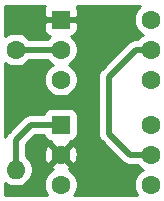
<source format=gbr>
%TF.GenerationSoftware,KiCad,Pcbnew,(5.1.6)-1*%
%TF.CreationDate,2021-10-26T16:01:37-07:00*%
%TF.ProjectId,VSS Signal Adapter,56535320-5369-4676-9e61-6c2041646170,rev?*%
%TF.SameCoordinates,Original*%
%TF.FileFunction,Copper,L1,Top*%
%TF.FilePolarity,Positive*%
%FSLAX46Y46*%
G04 Gerber Fmt 4.6, Leading zero omitted, Abs format (unit mm)*
G04 Created by KiCad (PCBNEW (5.1.6)-1) date 2021-10-26 16:01:37*
%MOMM*%
%LPD*%
G01*
G04 APERTURE LIST*
%TA.AperFunction,ComponentPad*%
%ADD10C,1.600000*%
%TD*%
%TA.AperFunction,ComponentPad*%
%ADD11R,1.600000X1.600000*%
%TD*%
%TA.AperFunction,ComponentPad*%
%ADD12O,1.600000X1.600000*%
%TD*%
%TA.AperFunction,ViaPad*%
%ADD13C,0.800000*%
%TD*%
%TA.AperFunction,Conductor*%
%ADD14C,0.508000*%
%TD*%
%TA.AperFunction,Conductor*%
%ADD15C,0.254000*%
%TD*%
G04 APERTURE END LIST*
D10*
%TO.P,U1,6*%
%TO.N,Net-(U1-Pad6)*%
X147320000Y-97790000D03*
%TO.P,U1,5*%
%TO.N,Net-(J1-Pad5)*%
X147320000Y-100330000D03*
%TO.P,U1,4*%
%TO.N,Net-(J1-Pad4)*%
X147320000Y-102870000D03*
%TO.P,U1,3*%
%TO.N,Net-(U1-Pad3)*%
X139700000Y-102870000D03*
%TO.P,U1,2*%
%TO.N,GND*%
X139700000Y-100330000D03*
D11*
%TO.P,U1,1*%
%TO.N,Net-(R1-Pad2)*%
X139700000Y-97790000D03*
%TD*%
D12*
%TO.P,R1,2*%
%TO.N,Net-(R1-Pad2)*%
X135890000Y-101600000D03*
D10*
%TO.P,R1,1*%
%TO.N,Net-(J1-Pad2)*%
X135890000Y-91440000D03*
%TD*%
%TO.P,J1,6*%
%TO.N,Net-(J1-Pad6)*%
X147320000Y-88900000D03*
%TO.P,J1,5*%
%TO.N,Net-(J1-Pad5)*%
X147320000Y-91440000D03*
%TO.P,J1,4*%
%TO.N,Net-(J1-Pad4)*%
X147320000Y-93980000D03*
%TO.P,J1,3*%
%TO.N,Net-(J1-Pad3)*%
X139700000Y-93980000D03*
%TO.P,J1,2*%
%TO.N,Net-(J1-Pad2)*%
X139700000Y-91440000D03*
D11*
%TO.P,J1,1*%
%TO.N,GND*%
X139700000Y-88900000D03*
%TD*%
D13*
%TO.N,GND*%
X145542000Y-90170000D03*
X144018000Y-103124000D03*
X137922000Y-95504000D03*
%TD*%
D14*
%TO.N,Net-(J1-Pad5)*%
X147320000Y-91440000D02*
X146050000Y-91440000D01*
X146050000Y-91440000D02*
X143764000Y-93726000D01*
X143764000Y-93726000D02*
X143764000Y-98552000D01*
X145542000Y-100330000D02*
X147320000Y-100330000D01*
X143764000Y-98552000D02*
X145542000Y-100330000D01*
%TO.N,Net-(J1-Pad2)*%
X139700000Y-91440000D02*
X135890000Y-91440000D01*
%TO.N,Net-(R1-Pad2)*%
X139700000Y-97790000D02*
X137160000Y-97790000D01*
X135890000Y-99060000D02*
X135890000Y-101600000D01*
X137160000Y-97790000D02*
X135890000Y-99060000D01*
%TD*%
D15*
%TO.N,GND*%
G36*
X138310498Y-87855820D02*
G01*
X138274188Y-87975518D01*
X138261928Y-88100000D01*
X138265000Y-88614250D01*
X138423750Y-88773000D01*
X139573000Y-88773000D01*
X139573000Y-88753000D01*
X139827000Y-88753000D01*
X139827000Y-88773000D01*
X140976250Y-88773000D01*
X141135000Y-88614250D01*
X141138072Y-88100000D01*
X141125812Y-87975518D01*
X141089502Y-87855820D01*
X141050044Y-87782000D01*
X146410274Y-87782000D01*
X146405241Y-87785363D01*
X146205363Y-87985241D01*
X146048320Y-88220273D01*
X145940147Y-88481426D01*
X145885000Y-88758665D01*
X145885000Y-89041335D01*
X145940147Y-89318574D01*
X146048320Y-89579727D01*
X146205363Y-89814759D01*
X146405241Y-90014637D01*
X146637759Y-90170000D01*
X146405241Y-90325363D01*
X146205363Y-90525241D01*
X146188151Y-90551000D01*
X146093659Y-90551000D01*
X146049999Y-90546700D01*
X146006339Y-90551000D01*
X146006333Y-90551000D01*
X145908924Y-90560594D01*
X145875724Y-90563864D01*
X145774058Y-90594704D01*
X145708149Y-90614697D01*
X145553709Y-90697247D01*
X145418341Y-90808341D01*
X145390506Y-90842258D01*
X143166264Y-93066501D01*
X143132341Y-93094341D01*
X143021247Y-93229710D01*
X142938697Y-93384150D01*
X142887864Y-93551727D01*
X142875000Y-93682334D01*
X142875000Y-93682340D01*
X142870700Y-93726000D01*
X142875000Y-93769660D01*
X142875001Y-98508330D01*
X142870700Y-98552000D01*
X142887864Y-98726274D01*
X142938698Y-98893852D01*
X143009545Y-99026397D01*
X143021248Y-99048291D01*
X143132342Y-99183659D01*
X143166259Y-99211494D01*
X144882506Y-100927742D01*
X144910341Y-100961659D01*
X145045709Y-101072753D01*
X145200149Y-101155303D01*
X145286267Y-101181426D01*
X145367725Y-101206136D01*
X145384325Y-101207771D01*
X145498333Y-101219000D01*
X145498340Y-101219000D01*
X145542000Y-101223300D01*
X145585660Y-101219000D01*
X146188151Y-101219000D01*
X146205363Y-101244759D01*
X146405241Y-101444637D01*
X146637759Y-101600000D01*
X146405241Y-101755363D01*
X146205363Y-101955241D01*
X146048320Y-102190273D01*
X145940147Y-102451426D01*
X145885000Y-102728665D01*
X145885000Y-103011335D01*
X145940147Y-103288574D01*
X146048320Y-103549727D01*
X146171447Y-103734000D01*
X140848553Y-103734000D01*
X140971680Y-103549727D01*
X141079853Y-103288574D01*
X141135000Y-103011335D01*
X141135000Y-102728665D01*
X141079853Y-102451426D01*
X140971680Y-102190273D01*
X140814637Y-101955241D01*
X140614759Y-101755363D01*
X140380872Y-101599085D01*
X140441514Y-101566671D01*
X140513097Y-101322702D01*
X139700000Y-100509605D01*
X138886903Y-101322702D01*
X138958486Y-101566671D01*
X139022992Y-101597194D01*
X139020273Y-101598320D01*
X138785241Y-101755363D01*
X138585363Y-101955241D01*
X138428320Y-102190273D01*
X138320147Y-102451426D01*
X138265000Y-102728665D01*
X138265000Y-103011335D01*
X138320147Y-103288574D01*
X138428320Y-103549727D01*
X138551447Y-103734000D01*
X135026000Y-103734000D01*
X135026000Y-102748553D01*
X135210273Y-102871680D01*
X135471426Y-102979853D01*
X135748665Y-103035000D01*
X136031335Y-103035000D01*
X136308574Y-102979853D01*
X136569727Y-102871680D01*
X136804759Y-102714637D01*
X137004637Y-102514759D01*
X137161680Y-102279727D01*
X137269853Y-102018574D01*
X137325000Y-101741335D01*
X137325000Y-101458665D01*
X137269853Y-101181426D01*
X137161680Y-100920273D01*
X137004637Y-100685241D01*
X136804759Y-100485363D01*
X136779000Y-100468151D01*
X136779000Y-100400512D01*
X138259783Y-100400512D01*
X138301213Y-100680130D01*
X138396397Y-100946292D01*
X138463329Y-101071514D01*
X138707298Y-101143097D01*
X139520395Y-100330000D01*
X139879605Y-100330000D01*
X140692702Y-101143097D01*
X140936671Y-101071514D01*
X141057571Y-100816004D01*
X141126300Y-100541816D01*
X141140217Y-100259488D01*
X141098787Y-99979870D01*
X141003603Y-99713708D01*
X140936671Y-99588486D01*
X140692702Y-99516903D01*
X139879605Y-100330000D01*
X139520395Y-100330000D01*
X138707298Y-99516903D01*
X138463329Y-99588486D01*
X138342429Y-99843996D01*
X138273700Y-100118184D01*
X138259783Y-100400512D01*
X136779000Y-100400512D01*
X136779000Y-99428235D01*
X137528236Y-98679000D01*
X138270693Y-98679000D01*
X138274188Y-98714482D01*
X138310498Y-98834180D01*
X138369463Y-98944494D01*
X138448815Y-99041185D01*
X138545506Y-99120537D01*
X138655820Y-99179502D01*
X138775518Y-99215812D01*
X138900000Y-99228072D01*
X138918951Y-99228072D01*
X138886903Y-99337298D01*
X139700000Y-100150395D01*
X140513097Y-99337298D01*
X140481049Y-99228072D01*
X140500000Y-99228072D01*
X140624482Y-99215812D01*
X140744180Y-99179502D01*
X140854494Y-99120537D01*
X140951185Y-99041185D01*
X141030537Y-98944494D01*
X141089502Y-98834180D01*
X141125812Y-98714482D01*
X141138072Y-98590000D01*
X141138072Y-96990000D01*
X141125812Y-96865518D01*
X141089502Y-96745820D01*
X141030537Y-96635506D01*
X140951185Y-96538815D01*
X140854494Y-96459463D01*
X140744180Y-96400498D01*
X140624482Y-96364188D01*
X140500000Y-96351928D01*
X138900000Y-96351928D01*
X138775518Y-96364188D01*
X138655820Y-96400498D01*
X138545506Y-96459463D01*
X138448815Y-96538815D01*
X138369463Y-96635506D01*
X138310498Y-96745820D01*
X138274188Y-96865518D01*
X138270693Y-96901000D01*
X137203659Y-96901000D01*
X137159999Y-96896700D01*
X137116339Y-96901000D01*
X137116333Y-96901000D01*
X137018924Y-96910594D01*
X136985724Y-96913864D01*
X136884058Y-96944704D01*
X136818149Y-96964697D01*
X136663709Y-97047247D01*
X136528341Y-97158341D01*
X136500506Y-97192259D01*
X135292264Y-98400501D01*
X135258341Y-98428341D01*
X135230505Y-98462260D01*
X135147248Y-98563709D01*
X135064698Y-98718148D01*
X135026000Y-98845719D01*
X135026000Y-92588553D01*
X135210273Y-92711680D01*
X135471426Y-92819853D01*
X135748665Y-92875000D01*
X136031335Y-92875000D01*
X136308574Y-92819853D01*
X136569727Y-92711680D01*
X136804759Y-92554637D01*
X137004637Y-92354759D01*
X137021849Y-92329000D01*
X138568151Y-92329000D01*
X138585363Y-92354759D01*
X138785241Y-92554637D01*
X139017759Y-92710000D01*
X138785241Y-92865363D01*
X138585363Y-93065241D01*
X138428320Y-93300273D01*
X138320147Y-93561426D01*
X138265000Y-93838665D01*
X138265000Y-94121335D01*
X138320147Y-94398574D01*
X138428320Y-94659727D01*
X138585363Y-94894759D01*
X138785241Y-95094637D01*
X139020273Y-95251680D01*
X139281426Y-95359853D01*
X139558665Y-95415000D01*
X139841335Y-95415000D01*
X140118574Y-95359853D01*
X140379727Y-95251680D01*
X140614759Y-95094637D01*
X140814637Y-94894759D01*
X140971680Y-94659727D01*
X141079853Y-94398574D01*
X141135000Y-94121335D01*
X141135000Y-93838665D01*
X141079853Y-93561426D01*
X140971680Y-93300273D01*
X140814637Y-93065241D01*
X140614759Y-92865363D01*
X140382241Y-92710000D01*
X140614759Y-92554637D01*
X140814637Y-92354759D01*
X140971680Y-92119727D01*
X141079853Y-91858574D01*
X141135000Y-91581335D01*
X141135000Y-91298665D01*
X141079853Y-91021426D01*
X140971680Y-90760273D01*
X140814637Y-90525241D01*
X140616039Y-90326643D01*
X140624482Y-90325812D01*
X140744180Y-90289502D01*
X140854494Y-90230537D01*
X140951185Y-90151185D01*
X141030537Y-90054494D01*
X141089502Y-89944180D01*
X141125812Y-89824482D01*
X141138072Y-89700000D01*
X141135000Y-89185750D01*
X140976250Y-89027000D01*
X139827000Y-89027000D01*
X139827000Y-89047000D01*
X139573000Y-89047000D01*
X139573000Y-89027000D01*
X138423750Y-89027000D01*
X138265000Y-89185750D01*
X138261928Y-89700000D01*
X138274188Y-89824482D01*
X138310498Y-89944180D01*
X138369463Y-90054494D01*
X138448815Y-90151185D01*
X138545506Y-90230537D01*
X138655820Y-90289502D01*
X138775518Y-90325812D01*
X138783961Y-90326643D01*
X138585363Y-90525241D01*
X138568151Y-90551000D01*
X137021849Y-90551000D01*
X137004637Y-90525241D01*
X136804759Y-90325363D01*
X136569727Y-90168320D01*
X136308574Y-90060147D01*
X136031335Y-90005000D01*
X135748665Y-90005000D01*
X135471426Y-90060147D01*
X135210273Y-90168320D01*
X135026000Y-90291447D01*
X135026000Y-87782000D01*
X138349956Y-87782000D01*
X138310498Y-87855820D01*
G37*
X138310498Y-87855820D02*
X138274188Y-87975518D01*
X138261928Y-88100000D01*
X138265000Y-88614250D01*
X138423750Y-88773000D01*
X139573000Y-88773000D01*
X139573000Y-88753000D01*
X139827000Y-88753000D01*
X139827000Y-88773000D01*
X140976250Y-88773000D01*
X141135000Y-88614250D01*
X141138072Y-88100000D01*
X141125812Y-87975518D01*
X141089502Y-87855820D01*
X141050044Y-87782000D01*
X146410274Y-87782000D01*
X146405241Y-87785363D01*
X146205363Y-87985241D01*
X146048320Y-88220273D01*
X145940147Y-88481426D01*
X145885000Y-88758665D01*
X145885000Y-89041335D01*
X145940147Y-89318574D01*
X146048320Y-89579727D01*
X146205363Y-89814759D01*
X146405241Y-90014637D01*
X146637759Y-90170000D01*
X146405241Y-90325363D01*
X146205363Y-90525241D01*
X146188151Y-90551000D01*
X146093659Y-90551000D01*
X146049999Y-90546700D01*
X146006339Y-90551000D01*
X146006333Y-90551000D01*
X145908924Y-90560594D01*
X145875724Y-90563864D01*
X145774058Y-90594704D01*
X145708149Y-90614697D01*
X145553709Y-90697247D01*
X145418341Y-90808341D01*
X145390506Y-90842258D01*
X143166264Y-93066501D01*
X143132341Y-93094341D01*
X143021247Y-93229710D01*
X142938697Y-93384150D01*
X142887864Y-93551727D01*
X142875000Y-93682334D01*
X142875000Y-93682340D01*
X142870700Y-93726000D01*
X142875000Y-93769660D01*
X142875001Y-98508330D01*
X142870700Y-98552000D01*
X142887864Y-98726274D01*
X142938698Y-98893852D01*
X143009545Y-99026397D01*
X143021248Y-99048291D01*
X143132342Y-99183659D01*
X143166259Y-99211494D01*
X144882506Y-100927742D01*
X144910341Y-100961659D01*
X145045709Y-101072753D01*
X145200149Y-101155303D01*
X145286267Y-101181426D01*
X145367725Y-101206136D01*
X145384325Y-101207771D01*
X145498333Y-101219000D01*
X145498340Y-101219000D01*
X145542000Y-101223300D01*
X145585660Y-101219000D01*
X146188151Y-101219000D01*
X146205363Y-101244759D01*
X146405241Y-101444637D01*
X146637759Y-101600000D01*
X146405241Y-101755363D01*
X146205363Y-101955241D01*
X146048320Y-102190273D01*
X145940147Y-102451426D01*
X145885000Y-102728665D01*
X145885000Y-103011335D01*
X145940147Y-103288574D01*
X146048320Y-103549727D01*
X146171447Y-103734000D01*
X140848553Y-103734000D01*
X140971680Y-103549727D01*
X141079853Y-103288574D01*
X141135000Y-103011335D01*
X141135000Y-102728665D01*
X141079853Y-102451426D01*
X140971680Y-102190273D01*
X140814637Y-101955241D01*
X140614759Y-101755363D01*
X140380872Y-101599085D01*
X140441514Y-101566671D01*
X140513097Y-101322702D01*
X139700000Y-100509605D01*
X138886903Y-101322702D01*
X138958486Y-101566671D01*
X139022992Y-101597194D01*
X139020273Y-101598320D01*
X138785241Y-101755363D01*
X138585363Y-101955241D01*
X138428320Y-102190273D01*
X138320147Y-102451426D01*
X138265000Y-102728665D01*
X138265000Y-103011335D01*
X138320147Y-103288574D01*
X138428320Y-103549727D01*
X138551447Y-103734000D01*
X135026000Y-103734000D01*
X135026000Y-102748553D01*
X135210273Y-102871680D01*
X135471426Y-102979853D01*
X135748665Y-103035000D01*
X136031335Y-103035000D01*
X136308574Y-102979853D01*
X136569727Y-102871680D01*
X136804759Y-102714637D01*
X137004637Y-102514759D01*
X137161680Y-102279727D01*
X137269853Y-102018574D01*
X137325000Y-101741335D01*
X137325000Y-101458665D01*
X137269853Y-101181426D01*
X137161680Y-100920273D01*
X137004637Y-100685241D01*
X136804759Y-100485363D01*
X136779000Y-100468151D01*
X136779000Y-100400512D01*
X138259783Y-100400512D01*
X138301213Y-100680130D01*
X138396397Y-100946292D01*
X138463329Y-101071514D01*
X138707298Y-101143097D01*
X139520395Y-100330000D01*
X139879605Y-100330000D01*
X140692702Y-101143097D01*
X140936671Y-101071514D01*
X141057571Y-100816004D01*
X141126300Y-100541816D01*
X141140217Y-100259488D01*
X141098787Y-99979870D01*
X141003603Y-99713708D01*
X140936671Y-99588486D01*
X140692702Y-99516903D01*
X139879605Y-100330000D01*
X139520395Y-100330000D01*
X138707298Y-99516903D01*
X138463329Y-99588486D01*
X138342429Y-99843996D01*
X138273700Y-100118184D01*
X138259783Y-100400512D01*
X136779000Y-100400512D01*
X136779000Y-99428235D01*
X137528236Y-98679000D01*
X138270693Y-98679000D01*
X138274188Y-98714482D01*
X138310498Y-98834180D01*
X138369463Y-98944494D01*
X138448815Y-99041185D01*
X138545506Y-99120537D01*
X138655820Y-99179502D01*
X138775518Y-99215812D01*
X138900000Y-99228072D01*
X138918951Y-99228072D01*
X138886903Y-99337298D01*
X139700000Y-100150395D01*
X140513097Y-99337298D01*
X140481049Y-99228072D01*
X140500000Y-99228072D01*
X140624482Y-99215812D01*
X140744180Y-99179502D01*
X140854494Y-99120537D01*
X140951185Y-99041185D01*
X141030537Y-98944494D01*
X141089502Y-98834180D01*
X141125812Y-98714482D01*
X141138072Y-98590000D01*
X141138072Y-96990000D01*
X141125812Y-96865518D01*
X141089502Y-96745820D01*
X141030537Y-96635506D01*
X140951185Y-96538815D01*
X140854494Y-96459463D01*
X140744180Y-96400498D01*
X140624482Y-96364188D01*
X140500000Y-96351928D01*
X138900000Y-96351928D01*
X138775518Y-96364188D01*
X138655820Y-96400498D01*
X138545506Y-96459463D01*
X138448815Y-96538815D01*
X138369463Y-96635506D01*
X138310498Y-96745820D01*
X138274188Y-96865518D01*
X138270693Y-96901000D01*
X137203659Y-96901000D01*
X137159999Y-96896700D01*
X137116339Y-96901000D01*
X137116333Y-96901000D01*
X137018924Y-96910594D01*
X136985724Y-96913864D01*
X136884058Y-96944704D01*
X136818149Y-96964697D01*
X136663709Y-97047247D01*
X136528341Y-97158341D01*
X136500506Y-97192259D01*
X135292264Y-98400501D01*
X135258341Y-98428341D01*
X135230505Y-98462260D01*
X135147248Y-98563709D01*
X135064698Y-98718148D01*
X135026000Y-98845719D01*
X135026000Y-92588553D01*
X135210273Y-92711680D01*
X135471426Y-92819853D01*
X135748665Y-92875000D01*
X136031335Y-92875000D01*
X136308574Y-92819853D01*
X136569727Y-92711680D01*
X136804759Y-92554637D01*
X137004637Y-92354759D01*
X137021849Y-92329000D01*
X138568151Y-92329000D01*
X138585363Y-92354759D01*
X138785241Y-92554637D01*
X139017759Y-92710000D01*
X138785241Y-92865363D01*
X138585363Y-93065241D01*
X138428320Y-93300273D01*
X138320147Y-93561426D01*
X138265000Y-93838665D01*
X138265000Y-94121335D01*
X138320147Y-94398574D01*
X138428320Y-94659727D01*
X138585363Y-94894759D01*
X138785241Y-95094637D01*
X139020273Y-95251680D01*
X139281426Y-95359853D01*
X139558665Y-95415000D01*
X139841335Y-95415000D01*
X140118574Y-95359853D01*
X140379727Y-95251680D01*
X140614759Y-95094637D01*
X140814637Y-94894759D01*
X140971680Y-94659727D01*
X141079853Y-94398574D01*
X141135000Y-94121335D01*
X141135000Y-93838665D01*
X141079853Y-93561426D01*
X140971680Y-93300273D01*
X140814637Y-93065241D01*
X140614759Y-92865363D01*
X140382241Y-92710000D01*
X140614759Y-92554637D01*
X140814637Y-92354759D01*
X140971680Y-92119727D01*
X141079853Y-91858574D01*
X141135000Y-91581335D01*
X141135000Y-91298665D01*
X141079853Y-91021426D01*
X140971680Y-90760273D01*
X140814637Y-90525241D01*
X140616039Y-90326643D01*
X140624482Y-90325812D01*
X140744180Y-90289502D01*
X140854494Y-90230537D01*
X140951185Y-90151185D01*
X141030537Y-90054494D01*
X141089502Y-89944180D01*
X141125812Y-89824482D01*
X141138072Y-89700000D01*
X141135000Y-89185750D01*
X140976250Y-89027000D01*
X139827000Y-89027000D01*
X139827000Y-89047000D01*
X139573000Y-89047000D01*
X139573000Y-89027000D01*
X138423750Y-89027000D01*
X138265000Y-89185750D01*
X138261928Y-89700000D01*
X138274188Y-89824482D01*
X138310498Y-89944180D01*
X138369463Y-90054494D01*
X138448815Y-90151185D01*
X138545506Y-90230537D01*
X138655820Y-90289502D01*
X138775518Y-90325812D01*
X138783961Y-90326643D01*
X138585363Y-90525241D01*
X138568151Y-90551000D01*
X137021849Y-90551000D01*
X137004637Y-90525241D01*
X136804759Y-90325363D01*
X136569727Y-90168320D01*
X136308574Y-90060147D01*
X136031335Y-90005000D01*
X135748665Y-90005000D01*
X135471426Y-90060147D01*
X135210273Y-90168320D01*
X135026000Y-90291447D01*
X135026000Y-87782000D01*
X138349956Y-87782000D01*
X138310498Y-87855820D01*
%TD*%
M02*

</source>
